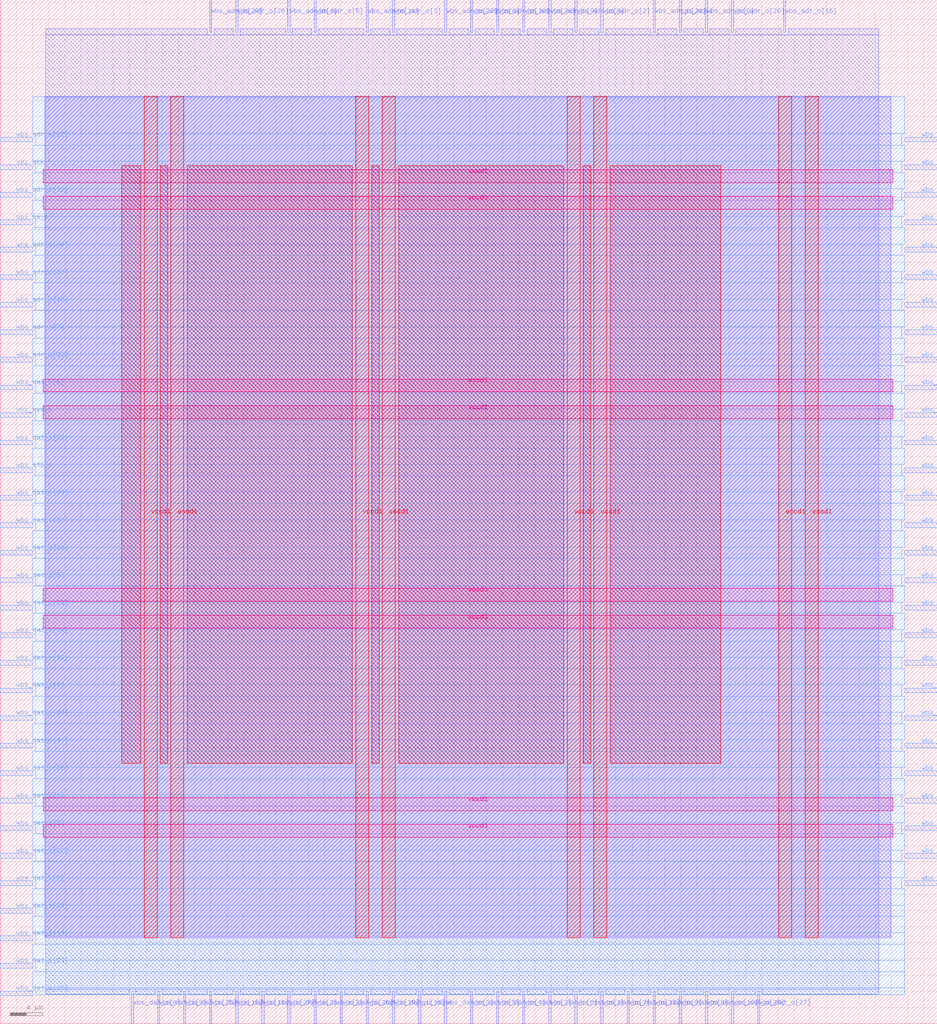
<source format=lef>
VERSION 5.7 ;
  NOWIREEXTENSIONATPIN ON ;
  DIVIDERCHAR "/" ;
  BUSBITCHARS "[]" ;
MACRO spi_to_wbs
  CLASS BLOCK ;
  FOREIGN spi_to_wbs ;
  ORIGIN 0.000 0.000 ;
  SIZE 115.655 BY 126.375 ;
  PIN spi_cs_n
    DIRECTION INPUT ;
    USE SIGNAL ;
    ANTENNAGATEAREA 2.409000 ;
    PORT
      LAYER met3 ;
        RECT 0.000 98.640 4.000 99.240 ;
    END
  END spi_cs_n
  PIN spi_miso
    DIRECTION OUTPUT ;
    USE SIGNAL ;
    ANTENNAGATEAREA 0.159000 ;
    ANTENNADIFFAREA 0.445500 ;
    PORT
      LAYER met2 ;
        RECT 51.610 0.000 51.890 4.000 ;
    END
  END spi_miso
  PIN spi_mosi
    DIRECTION INPUT ;
    USE SIGNAL ;
    ANTENNAGATEAREA 0.355500 ;
    PORT
      LAYER met2 ;
        RECT 83.810 122.375 84.090 126.375 ;
    END
  END spi_mosi
  PIN spi_sck
    DIRECTION INPUT ;
    USE SIGNAL ;
    ANTENNAGATEAREA 0.852000 ;
    PORT
      LAYER met3 ;
        RECT 0.000 105.440 4.000 106.040 ;
    END
  END spi_sck
  PIN vccd1
    DIRECTION INOUT ;
    USE POWER ;
    PORT
      LAYER met4 ;
        RECT 17.770 10.640 19.370 114.480 ;
    END
    PORT
      LAYER met4 ;
        RECT 43.875 10.640 45.475 114.480 ;
    END
    PORT
      LAYER met4 ;
        RECT 69.980 10.640 71.580 114.480 ;
    END
    PORT
      LAYER met4 ;
        RECT 96.085 10.640 97.685 114.480 ;
    END
    PORT
      LAYER met5 ;
        RECT 5.280 23.000 110.180 24.600 ;
    END
    PORT
      LAYER met5 ;
        RECT 5.280 48.840 110.180 50.440 ;
    END
    PORT
      LAYER met5 ;
        RECT 5.280 74.680 110.180 76.280 ;
    END
    PORT
      LAYER met5 ;
        RECT 5.280 100.520 110.180 102.120 ;
    END
  END vccd1
  PIN vssd1
    DIRECTION INOUT ;
    USE GROUND ;
    PORT
      LAYER met4 ;
        RECT 21.070 10.640 22.670 114.480 ;
    END
    PORT
      LAYER met4 ;
        RECT 47.175 10.640 48.775 114.480 ;
    END
    PORT
      LAYER met4 ;
        RECT 73.280 10.640 74.880 114.480 ;
    END
    PORT
      LAYER met4 ;
        RECT 99.385 10.640 100.985 114.480 ;
    END
    PORT
      LAYER met5 ;
        RECT 5.280 26.300 110.180 27.900 ;
    END
    PORT
      LAYER met5 ;
        RECT 5.280 52.140 110.180 53.740 ;
    END
    PORT
      LAYER met5 ;
        RECT 5.280 77.980 110.180 79.580 ;
    END
    PORT
      LAYER met5 ;
        RECT 5.280 103.820 110.180 105.420 ;
    END
  END vssd1
  PIN wbs_adr_o[0]
    DIRECTION OUTPUT ;
    USE SIGNAL ;
    ANTENNAGATEAREA 0.159000 ;
    ANTENNADIFFAREA 0.445500 ;
    PORT
      LAYER met2 ;
        RECT 87.030 122.375 87.310 126.375 ;
    END
  END wbs_adr_o[0]
  PIN wbs_adr_o[10]
    DIRECTION OUTPUT ;
    USE SIGNAL ;
    ANTENNAGATEAREA 0.159000 ;
    ANTENNADIFFAREA 0.445500 ;
    PORT
      LAYER met2 ;
        RECT 61.270 122.375 61.550 126.375 ;
    END
  END wbs_adr_o[10]
  PIN wbs_adr_o[11]
    DIRECTION OUTPUT ;
    USE SIGNAL ;
    ANTENNAGATEAREA 0.159000 ;
    ANTENNADIFFAREA 0.445500 ;
    PORT
      LAYER met2 ;
        RECT 45.170 122.375 45.450 126.375 ;
    END
  END wbs_adr_o[11]
  PIN wbs_adr_o[12]
    DIRECTION OUTPUT ;
    USE SIGNAL ;
    ANTENNAGATEAREA 0.159000 ;
    ANTENNADIFFAREA 0.445500 ;
    PORT
      LAYER met3 ;
        RECT 0.000 108.840 4.000 109.440 ;
    END
  END wbs_adr_o[12]
  PIN wbs_adr_o[13]
    DIRECTION OUTPUT ;
    USE SIGNAL ;
    ANTENNAGATEAREA 0.159000 ;
    ANTENNADIFFAREA 0.445500 ;
    PORT
      LAYER met3 ;
        RECT 0.000 102.040 4.000 102.640 ;
    END
  END wbs_adr_o[13]
  PIN wbs_adr_o[14]
    DIRECTION OUTPUT ;
    USE SIGNAL ;
    ANTENNAGATEAREA 0.159000 ;
    ANTENNADIFFAREA 0.445500 ;
    PORT
      LAYER met3 ;
        RECT 0.000 95.240 4.000 95.840 ;
    END
  END wbs_adr_o[14]
  PIN wbs_adr_o[15]
    DIRECTION OUTPUT ;
    USE SIGNAL ;
    ANTENNAGATEAREA 0.159000 ;
    ANTENNADIFFAREA 0.445500 ;
    PORT
      LAYER met3 ;
        RECT 0.000 88.440 4.000 89.040 ;
    END
  END wbs_adr_o[15]
  PIN wbs_adr_o[16]
    DIRECTION OUTPUT ;
    USE SIGNAL ;
    ANTENNAGATEAREA 0.247500 ;
    ANTENNADIFFAREA 0.445500 ;
    PORT
      LAYER met2 ;
        RECT 96.690 122.375 96.970 126.375 ;
    END
  END wbs_adr_o[16]
  PIN wbs_adr_o[17]
    DIRECTION OUTPUT ;
    USE SIGNAL ;
    ANTENNAGATEAREA 0.247500 ;
    ANTENNADIFFAREA 0.445500 ;
    PORT
      LAYER met3 ;
        RECT 111.655 95.240 115.655 95.840 ;
    END
  END wbs_adr_o[17]
  PIN wbs_adr_o[18]
    DIRECTION OUTPUT ;
    USE SIGNAL ;
    ANTENNAGATEAREA 0.247500 ;
    ANTENNADIFFAREA 0.445500 ;
    PORT
      LAYER met3 ;
        RECT 111.655 102.040 115.655 102.640 ;
    END
  END wbs_adr_o[18]
  PIN wbs_adr_o[19]
    DIRECTION OUTPUT ;
    USE SIGNAL ;
    ANTENNAGATEAREA 0.247500 ;
    ANTENNADIFFAREA 0.445500 ;
    PORT
      LAYER met3 ;
        RECT 111.655 105.440 115.655 106.040 ;
    END
  END wbs_adr_o[19]
  PIN wbs_adr_o[1]
    DIRECTION OUTPUT ;
    USE SIGNAL ;
    ANTENNAGATEAREA 0.159000 ;
    ANTENNADIFFAREA 0.445500 ;
    PORT
      LAYER met3 ;
        RECT 111.655 81.640 115.655 82.240 ;
    END
  END wbs_adr_o[1]
  PIN wbs_adr_o[20]
    DIRECTION OUTPUT ;
    USE SIGNAL ;
    ANTENNAGATEAREA 0.247500 ;
    ANTENNADIFFAREA 0.445500 ;
    PORT
      LAYER met2 ;
        RECT 90.250 122.375 90.530 126.375 ;
    END
  END wbs_adr_o[20]
  PIN wbs_adr_o[21]
    DIRECTION OUTPUT ;
    USE SIGNAL ;
    ANTENNAGATEAREA 0.247500 ;
    ANTENNADIFFAREA 0.445500 ;
    PORT
      LAYER met3 ;
        RECT 111.655 98.640 115.655 99.240 ;
    END
  END wbs_adr_o[21]
  PIN wbs_adr_o[22]
    DIRECTION OUTPUT ;
    USE SIGNAL ;
    ANTENNAGATEAREA 0.247500 ;
    ANTENNADIFFAREA 0.445500 ;
    PORT
      LAYER met3 ;
        RECT 111.655 91.840 115.655 92.440 ;
    END
  END wbs_adr_o[22]
  PIN wbs_adr_o[23]
    DIRECTION OUTPUT ;
    USE SIGNAL ;
    ANTENNAGATEAREA 0.247500 ;
    ANTENNADIFFAREA 0.445500 ;
    PORT
      LAYER met3 ;
        RECT 111.655 85.040 115.655 85.640 ;
    END
  END wbs_adr_o[23]
  PIN wbs_adr_o[24]
    DIRECTION OUTPUT ;
    USE SIGNAL ;
    ANTENNAGATEAREA 0.247500 ;
    ANTENNADIFFAREA 0.445500 ;
    PORT
      LAYER met2 ;
        RECT 80.590 122.375 80.870 126.375 ;
    END
  END wbs_adr_o[24]
  PIN wbs_adr_o[25]
    DIRECTION OUTPUT ;
    USE SIGNAL ;
    ANTENNAGATEAREA 0.247500 ;
    ANTENNADIFFAREA 0.445500 ;
    PORT
      LAYER met3 ;
        RECT 111.655 88.440 115.655 89.040 ;
    END
  END wbs_adr_o[25]
  PIN wbs_adr_o[26]
    DIRECTION OUTPUT ;
    USE SIGNAL ;
    ANTENNAGATEAREA 0.247500 ;
    ANTENNADIFFAREA 0.445500 ;
    PORT
      LAYER met2 ;
        RECT 64.490 122.375 64.770 126.375 ;
    END
  END wbs_adr_o[26]
  PIN wbs_adr_o[27]
    DIRECTION OUTPUT ;
    USE SIGNAL ;
    ANTENNAGATEAREA 0.247500 ;
    ANTENNADIFFAREA 0.445500 ;
    PORT
      LAYER met2 ;
        RECT 54.830 122.375 55.110 126.375 ;
    END
  END wbs_adr_o[27]
  PIN wbs_adr_o[28]
    DIRECTION OUTPUT ;
    USE SIGNAL ;
    ANTENNAGATEAREA 0.247500 ;
    ANTENNADIFFAREA 0.445500 ;
    PORT
      LAYER met2 ;
        RECT 29.070 122.375 29.350 126.375 ;
    END
  END wbs_adr_o[28]
  PIN wbs_adr_o[29]
    DIRECTION OUTPUT ;
    USE SIGNAL ;
    ANTENNAGATEAREA 0.247500 ;
    ANTENNADIFFAREA 0.445500 ;
    PORT
      LAYER met2 ;
        RECT 25.850 122.375 26.130 126.375 ;
    END
  END wbs_adr_o[29]
  PIN wbs_adr_o[2]
    DIRECTION OUTPUT ;
    USE SIGNAL ;
    ANTENNAGATEAREA 0.159000 ;
    ANTENNADIFFAREA 0.445500 ;
    PORT
      LAYER met2 ;
        RECT 74.150 122.375 74.430 126.375 ;
    END
  END wbs_adr_o[2]
  PIN wbs_adr_o[30]
    DIRECTION OUTPUT ;
    USE SIGNAL ;
    ANTENNAGATEAREA 0.247500 ;
    ANTENNADIFFAREA 0.445500 ;
    PORT
      LAYER met3 ;
        RECT 0.000 91.840 4.000 92.440 ;
    END
  END wbs_adr_o[30]
  PIN wbs_adr_o[31]
    DIRECTION OUTPUT ;
    USE SIGNAL ;
    ANTENNAGATEAREA 0.247500 ;
    ANTENNADIFFAREA 0.445500 ;
    PORT
      LAYER met3 ;
        RECT 0.000 81.640 4.000 82.240 ;
    END
  END wbs_adr_o[31]
  PIN wbs_adr_o[3]
    DIRECTION OUTPUT ;
    USE SIGNAL ;
    ANTENNAGATEAREA 0.159000 ;
    ANTENNADIFFAREA 0.445500 ;
    PORT
      LAYER met2 ;
        RECT 48.390 122.375 48.670 126.375 ;
    END
  END wbs_adr_o[3]
  PIN wbs_adr_o[4]
    DIRECTION OUTPUT ;
    USE SIGNAL ;
    ANTENNAGATEAREA 0.159000 ;
    ANTENNADIFFAREA 0.445500 ;
    PORT
      LAYER met2 ;
        RECT 35.510 122.375 35.790 126.375 ;
    END
  END wbs_adr_o[4]
  PIN wbs_adr_o[5]
    DIRECTION OUTPUT ;
    USE SIGNAL ;
    ANTENNAGATEAREA 0.159000 ;
    ANTENNADIFFAREA 0.445500 ;
    PORT
      LAYER met2 ;
        RECT 38.730 122.375 39.010 126.375 ;
    END
  END wbs_adr_o[5]
  PIN wbs_adr_o[6]
    DIRECTION OUTPUT ;
    USE SIGNAL ;
    ANTENNAGATEAREA 0.159000 ;
    ANTENNADIFFAREA 0.445500 ;
    PORT
      LAYER met2 ;
        RECT 58.050 122.375 58.330 126.375 ;
    END
  END wbs_adr_o[6]
  PIN wbs_adr_o[7]
    DIRECTION OUTPUT ;
    USE SIGNAL ;
    ANTENNAGATEAREA 0.159000 ;
    ANTENNADIFFAREA 0.445500 ;
    PORT
      LAYER met3 ;
        RECT 0.000 85.040 4.000 85.640 ;
    END
  END wbs_adr_o[7]
  PIN wbs_adr_o[8]
    DIRECTION OUTPUT ;
    USE SIGNAL ;
    ANTENNAGATEAREA 0.159000 ;
    ANTENNADIFFAREA 0.445500 ;
    PORT
      LAYER met2 ;
        RECT 70.930 122.375 71.210 126.375 ;
    END
  END wbs_adr_o[8]
  PIN wbs_adr_o[9]
    DIRECTION OUTPUT ;
    USE SIGNAL ;
    ANTENNAGATEAREA 0.159000 ;
    ANTENNADIFFAREA 0.445500 ;
    PORT
      LAYER met2 ;
        RECT 67.710 122.375 67.990 126.375 ;
    END
  END wbs_adr_o[9]
  PIN wbs_cyc_o
    DIRECTION OUTPUT ;
    USE SIGNAL ;
    ANTENNAGATEAREA 0.406500 ;
    ANTENNADIFFAREA 0.445500 ;
    PORT
      LAYER met3 ;
        RECT 0.000 74.840 4.000 75.440 ;
    END
  END wbs_cyc_o
  PIN wbs_dat_i[0]
    DIRECTION INPUT ;
    USE SIGNAL ;
    ANTENNAGATEAREA 0.247500 ;
    PORT
      LAYER met2 ;
        RECT 16.190 0.000 16.470 4.000 ;
    END
  END wbs_dat_i[0]
  PIN wbs_dat_i[10]
    DIRECTION INPUT ;
    USE SIGNAL ;
    ANTENNAGATEAREA 0.159000 ;
    PORT
      LAYER met2 ;
        RECT 25.850 0.000 26.130 4.000 ;
    END
  END wbs_dat_i[10]
  PIN wbs_dat_i[11]
    DIRECTION INPUT ;
    USE SIGNAL ;
    ANTENNAGATEAREA 0.159000 ;
    PORT
      LAYER met2 ;
        RECT 29.070 0.000 29.350 4.000 ;
    END
  END wbs_dat_i[11]
  PIN wbs_dat_i[12]
    DIRECTION INPUT ;
    USE SIGNAL ;
    ANTENNAGATEAREA 0.159000 ;
    PORT
      LAYER met3 ;
        RECT 0.000 44.240 4.000 44.840 ;
    END
  END wbs_dat_i[12]
  PIN wbs_dat_i[13]
    DIRECTION INPUT ;
    USE SIGNAL ;
    ANTENNAGATEAREA 0.159000 ;
    PORT
      LAYER met3 ;
        RECT 0.000 51.040 4.000 51.640 ;
    END
  END wbs_dat_i[13]
  PIN wbs_dat_i[14]
    DIRECTION INPUT ;
    USE SIGNAL ;
    ANTENNAGATEAREA 0.159000 ;
    PORT
      LAYER met3 ;
        RECT 0.000 47.640 4.000 48.240 ;
    END
  END wbs_dat_i[14]
  PIN wbs_dat_i[15]
    DIRECTION INPUT ;
    USE SIGNAL ;
    ANTENNAGATEAREA 0.159000 ;
    PORT
      LAYER met3 ;
        RECT 0.000 3.440 4.000 4.040 ;
    END
  END wbs_dat_i[15]
  PIN wbs_dat_i[16]
    DIRECTION INPUT ;
    USE SIGNAL ;
    ANTENNAGATEAREA 0.159000 ;
    PORT
      LAYER met3 ;
        RECT 0.000 10.240 4.000 10.840 ;
    END
  END wbs_dat_i[16]
  PIN wbs_dat_i[17]
    DIRECTION INPUT ;
    USE SIGNAL ;
    ANTENNAGATEAREA 0.159000 ;
    PORT
      LAYER met3 ;
        RECT 0.000 20.440 4.000 21.040 ;
    END
  END wbs_dat_i[17]
  PIN wbs_dat_i[18]
    DIRECTION INPUT ;
    USE SIGNAL ;
    ANTENNAGATEAREA 0.159000 ;
    PORT
      LAYER met2 ;
        RECT 48.390 0.000 48.670 4.000 ;
    END
  END wbs_dat_i[18]
  PIN wbs_dat_i[19]
    DIRECTION INPUT ;
    USE SIGNAL ;
    ANTENNAGATEAREA 0.159000 ;
    PORT
      LAYER met2 ;
        RECT 45.170 0.000 45.450 4.000 ;
    END
  END wbs_dat_i[19]
  PIN wbs_dat_i[1]
    DIRECTION INPUT ;
    USE SIGNAL ;
    ANTENNAGATEAREA 0.247500 ;
    PORT
      LAYER met3 ;
        RECT 0.000 27.240 4.000 27.840 ;
    END
  END wbs_dat_i[1]
  PIN wbs_dat_i[20]
    DIRECTION INPUT ;
    USE SIGNAL ;
    ANTENNAGATEAREA 0.159000 ;
    PORT
      LAYER met3 ;
        RECT 0.000 37.440 4.000 38.040 ;
    END
  END wbs_dat_i[20]
  PIN wbs_dat_i[21]
    DIRECTION INPUT ;
    USE SIGNAL ;
    ANTENNAGATEAREA 0.159000 ;
    PORT
      LAYER met3 ;
        RECT 0.000 57.840 4.000 58.440 ;
    END
  END wbs_dat_i[21]
  PIN wbs_dat_i[22]
    DIRECTION INPUT ;
    USE SIGNAL ;
    ANTENNAGATEAREA 0.159000 ;
    PORT
      LAYER met3 ;
        RECT 0.000 71.440 4.000 72.040 ;
    END
  END wbs_dat_i[22]
  PIN wbs_dat_i[23]
    DIRECTION INPUT ;
    USE SIGNAL ;
    ANTENNAGATEAREA 0.159000 ;
    PORT
      LAYER met3 ;
        RECT 0.000 6.840 4.000 7.440 ;
    END
  END wbs_dat_i[23]
  PIN wbs_dat_i[24]
    DIRECTION INPUT ;
    USE SIGNAL ;
    ANTENNAGATEAREA 0.159000 ;
    PORT
      LAYER met3 ;
        RECT 0.000 13.640 4.000 14.240 ;
    END
  END wbs_dat_i[24]
  PIN wbs_dat_i[25]
    DIRECTION INPUT ;
    USE SIGNAL ;
    ANTENNAGATEAREA 0.159000 ;
    PORT
      LAYER met2 ;
        RECT 22.630 0.000 22.910 4.000 ;
    END
  END wbs_dat_i[25]
  PIN wbs_dat_i[26]
    DIRECTION INPUT ;
    USE SIGNAL ;
    ANTENNAGATEAREA 0.159000 ;
    PORT
      LAYER met2 ;
        RECT 41.950 0.000 42.230 4.000 ;
    END
  END wbs_dat_i[26]
  PIN wbs_dat_i[27]
    DIRECTION INPUT ;
    USE SIGNAL ;
    ANTENNAGATEAREA 0.159000 ;
    PORT
      LAYER met2 ;
        RECT 32.290 0.000 32.570 4.000 ;
    END
  END wbs_dat_i[27]
  PIN wbs_dat_i[28]
    DIRECTION INPUT ;
    USE SIGNAL ;
    ANTENNAGATEAREA 0.159000 ;
    PORT
      LAYER met3 ;
        RECT 0.000 30.640 4.000 31.240 ;
    END
  END wbs_dat_i[28]
  PIN wbs_dat_i[29]
    DIRECTION INPUT ;
    USE SIGNAL ;
    ANTENNAGATEAREA 0.159000 ;
    PORT
      LAYER met3 ;
        RECT 0.000 64.640 4.000 65.240 ;
    END
  END wbs_dat_i[29]
  PIN wbs_dat_i[2]
    DIRECTION INPUT ;
    USE SIGNAL ;
    ANTENNAGATEAREA 0.247500 ;
    PORT
      LAYER met2 ;
        RECT 35.510 0.000 35.790 4.000 ;
    END
  END wbs_dat_i[2]
  PIN wbs_dat_i[30]
    DIRECTION INPUT ;
    USE SIGNAL ;
    ANTENNAGATEAREA 0.159000 ;
    PORT
      LAYER met3 ;
        RECT 0.000 61.240 4.000 61.840 ;
    END
  END wbs_dat_i[30]
  PIN wbs_dat_i[31]
    DIRECTION INPUT ;
    USE SIGNAL ;
    ANTENNAGATEAREA 0.159000 ;
    PORT
      LAYER met3 ;
        RECT 0.000 34.040 4.000 34.640 ;
    END
  END wbs_dat_i[31]
  PIN wbs_dat_i[3]
    DIRECTION INPUT ;
    USE SIGNAL ;
    ANTENNAGATEAREA 0.247500 ;
    PORT
      LAYER met2 ;
        RECT 38.730 0.000 39.010 4.000 ;
    END
  END wbs_dat_i[3]
  PIN wbs_dat_i[4]
    DIRECTION INPUT ;
    USE SIGNAL ;
    ANTENNAGATEAREA 0.247500 ;
    PORT
      LAYER met3 ;
        RECT 0.000 40.840 4.000 41.440 ;
    END
  END wbs_dat_i[4]
  PIN wbs_dat_i[5]
    DIRECTION INPUT ;
    USE SIGNAL ;
    ANTENNAGATEAREA 0.247500 ;
    PORT
      LAYER met3 ;
        RECT 0.000 54.440 4.000 55.040 ;
    END
  END wbs_dat_i[5]
  PIN wbs_dat_i[6]
    DIRECTION INPUT ;
    USE SIGNAL ;
    ANTENNAGATEAREA 0.247500 ;
    PORT
      LAYER met3 ;
        RECT 0.000 78.240 4.000 78.840 ;
    END
  END wbs_dat_i[6]
  PIN wbs_dat_i[7]
    DIRECTION INPUT ;
    USE SIGNAL ;
    ANTENNAGATEAREA 0.247500 ;
    PORT
      LAYER met3 ;
        RECT 0.000 17.040 4.000 17.640 ;
    END
  END wbs_dat_i[7]
  PIN wbs_dat_i[8]
    DIRECTION INPUT ;
    USE SIGNAL ;
    ANTENNAGATEAREA 0.159000 ;
    PORT
      LAYER met3 ;
        RECT 0.000 23.840 4.000 24.440 ;
    END
  END wbs_dat_i[8]
  PIN wbs_dat_i[9]
    DIRECTION INPUT ;
    USE SIGNAL ;
    ANTENNAGATEAREA 0.159000 ;
    PORT
      LAYER met2 ;
        RECT 19.410 0.000 19.690 4.000 ;
    END
  END wbs_dat_i[9]
  PIN wbs_dat_o[0]
    DIRECTION OUTPUT ;
    USE SIGNAL ;
    ANTENNAGATEAREA 0.159000 ;
    ANTENNADIFFAREA 0.445500 ;
    PORT
      LAYER met3 ;
        RECT 111.655 20.440 115.655 21.040 ;
    END
  END wbs_dat_o[0]
  PIN wbs_dat_o[10]
    DIRECTION OUTPUT ;
    USE SIGNAL ;
    ANTENNAGATEAREA 0.159000 ;
    ANTENNADIFFAREA 0.445500 ;
    PORT
      LAYER met2 ;
        RECT 87.030 0.000 87.310 4.000 ;
    END
  END wbs_dat_o[10]
  PIN wbs_dat_o[11]
    DIRECTION OUTPUT ;
    USE SIGNAL ;
    ANTENNAGATEAREA 0.159000 ;
    ANTENNADIFFAREA 0.445500 ;
    PORT
      LAYER met2 ;
        RECT 77.370 0.000 77.650 4.000 ;
    END
  END wbs_dat_o[11]
  PIN wbs_dat_o[12]
    DIRECTION OUTPUT ;
    USE SIGNAL ;
    ANTENNAGATEAREA 0.159000 ;
    ANTENNADIFFAREA 0.445500 ;
    PORT
      LAYER met3 ;
        RECT 111.655 54.440 115.655 55.040 ;
    END
  END wbs_dat_o[12]
  PIN wbs_dat_o[13]
    DIRECTION OUTPUT ;
    USE SIGNAL ;
    ANTENNAGATEAREA 0.159000 ;
    ANTENNADIFFAREA 0.445500 ;
    PORT
      LAYER met3 ;
        RECT 111.655 51.040 115.655 51.640 ;
    END
  END wbs_dat_o[13]
  PIN wbs_dat_o[14]
    DIRECTION OUTPUT ;
    USE SIGNAL ;
    ANTENNAGATEAREA 0.159000 ;
    ANTENNADIFFAREA 0.445500 ;
    PORT
      LAYER met3 ;
        RECT 111.655 57.840 115.655 58.440 ;
    END
  END wbs_dat_o[14]
  PIN wbs_dat_o[15]
    DIRECTION OUTPUT ;
    USE SIGNAL ;
    ANTENNAGATEAREA 0.159000 ;
    ANTENNADIFFAREA 0.445500 ;
    PORT
      LAYER met3 ;
        RECT 111.655 47.640 115.655 48.240 ;
    END
  END wbs_dat_o[15]
  PIN wbs_dat_o[16]
    DIRECTION OUTPUT ;
    USE SIGNAL ;
    ANTENNAGATEAREA 0.159000 ;
    ANTENNADIFFAREA 0.445500 ;
    PORT
      LAYER met3 ;
        RECT 111.655 64.640 115.655 65.240 ;
    END
  END wbs_dat_o[16]
  PIN wbs_dat_o[17]
    DIRECTION OUTPUT ;
    USE SIGNAL ;
    ANTENNAGATEAREA 0.159000 ;
    ANTENNADIFFAREA 0.445500 ;
    PORT
      LAYER met3 ;
        RECT 111.655 61.240 115.655 61.840 ;
    END
  END wbs_dat_o[17]
  PIN wbs_dat_o[18]
    DIRECTION OUTPUT ;
    USE SIGNAL ;
    ANTENNAGATEAREA 0.159000 ;
    ANTENNADIFFAREA 0.445500 ;
    PORT
      LAYER met3 ;
        RECT 111.655 68.040 115.655 68.640 ;
    END
  END wbs_dat_o[18]
  PIN wbs_dat_o[19]
    DIRECTION OUTPUT ;
    USE SIGNAL ;
    ANTENNAGATEAREA 0.159000 ;
    ANTENNADIFFAREA 0.445500 ;
    PORT
      LAYER met3 ;
        RECT 111.655 71.440 115.655 72.040 ;
    END
  END wbs_dat_o[19]
  PIN wbs_dat_o[1]
    DIRECTION OUTPUT ;
    USE SIGNAL ;
    ANTENNAGATEAREA 0.159000 ;
    ANTENNADIFFAREA 0.445500 ;
    PORT
      LAYER met2 ;
        RECT 70.930 0.000 71.210 4.000 ;
    END
  END wbs_dat_o[1]
  PIN wbs_dat_o[20]
    DIRECTION OUTPUT ;
    USE SIGNAL ;
    ANTENNAGATEAREA 0.159000 ;
    ANTENNADIFFAREA 0.445500 ;
    PORT
      LAYER met3 ;
        RECT 111.655 78.240 115.655 78.840 ;
    END
  END wbs_dat_o[20]
  PIN wbs_dat_o[21]
    DIRECTION OUTPUT ;
    USE SIGNAL ;
    ANTENNAGATEAREA 0.159000 ;
    ANTENNADIFFAREA 0.445500 ;
    PORT
      LAYER met3 ;
        RECT 111.655 74.840 115.655 75.440 ;
    END
  END wbs_dat_o[21]
  PIN wbs_dat_o[22]
    DIRECTION OUTPUT ;
    USE SIGNAL ;
    ANTENNAGATEAREA 0.159000 ;
    ANTENNADIFFAREA 0.445500 ;
    PORT
      LAYER met3 ;
        RECT 111.655 34.040 115.655 34.640 ;
    END
  END wbs_dat_o[22]
  PIN wbs_dat_o[23]
    DIRECTION OUTPUT ;
    USE SIGNAL ;
    ANTENNAGATEAREA 0.159000 ;
    ANTENNADIFFAREA 0.445500 ;
    PORT
      LAYER met3 ;
        RECT 111.655 40.840 115.655 41.440 ;
    END
  END wbs_dat_o[23]
  PIN wbs_dat_o[24]
    DIRECTION OUTPUT ;
    USE SIGNAL ;
    ANTENNAGATEAREA 0.159000 ;
    ANTENNADIFFAREA 0.445500 ;
    PORT
      LAYER met3 ;
        RECT 111.655 37.440 115.655 38.040 ;
    END
  END wbs_dat_o[24]
  PIN wbs_dat_o[25]
    DIRECTION OUTPUT ;
    USE SIGNAL ;
    ANTENNAGATEAREA 0.159000 ;
    ANTENNADIFFAREA 0.445500 ;
    PORT
      LAYER met3 ;
        RECT 111.655 27.240 115.655 27.840 ;
    END
  END wbs_dat_o[25]
  PIN wbs_dat_o[26]
    DIRECTION OUTPUT ;
    USE SIGNAL ;
    ANTENNAGATEAREA 0.159000 ;
    ANTENNADIFFAREA 0.445500 ;
    PORT
      LAYER met3 ;
        RECT 111.655 17.040 115.655 17.640 ;
    END
  END wbs_dat_o[26]
  PIN wbs_dat_o[27]
    DIRECTION OUTPUT ;
    USE SIGNAL ;
    ANTENNAGATEAREA 0.159000 ;
    ANTENNADIFFAREA 0.445500 ;
    PORT
      LAYER met2 ;
        RECT 93.470 0.000 93.750 4.000 ;
    END
  END wbs_dat_o[27]
  PIN wbs_dat_o[28]
    DIRECTION OUTPUT ;
    USE SIGNAL ;
    ANTENNAGATEAREA 0.159000 ;
    ANTENNADIFFAREA 0.445500 ;
    PORT
      LAYER met3 ;
        RECT 111.655 44.240 115.655 44.840 ;
    END
  END wbs_dat_o[28]
  PIN wbs_dat_o[29]
    DIRECTION OUTPUT ;
    USE SIGNAL ;
    ANTENNAGATEAREA 0.159000 ;
    ANTENNADIFFAREA 0.445500 ;
    PORT
      LAYER met2 ;
        RECT 90.250 0.000 90.530 4.000 ;
    END
  END wbs_dat_o[29]
  PIN wbs_dat_o[2]
    DIRECTION OUTPUT ;
    USE SIGNAL ;
    ANTENNAGATEAREA 0.159000 ;
    ANTENNADIFFAREA 0.445500 ;
    PORT
      LAYER met2 ;
        RECT 64.490 0.000 64.770 4.000 ;
    END
  END wbs_dat_o[2]
  PIN wbs_dat_o[30]
    DIRECTION OUTPUT ;
    USE SIGNAL ;
    ANTENNAGATEAREA 0.159000 ;
    ANTENNADIFFAREA 0.445500 ;
    PORT
      LAYER met3 ;
        RECT 111.655 23.840 115.655 24.440 ;
    END
  END wbs_dat_o[30]
  PIN wbs_dat_o[31]
    DIRECTION OUTPUT ;
    USE SIGNAL ;
    ANTENNAGATEAREA 0.159000 ;
    ANTENNADIFFAREA 0.445500 ;
    PORT
      LAYER met3 ;
        RECT 111.655 30.640 115.655 31.240 ;
    END
  END wbs_dat_o[31]
  PIN wbs_dat_o[3]
    DIRECTION OUTPUT ;
    USE SIGNAL ;
    ANTENNAGATEAREA 0.159000 ;
    ANTENNADIFFAREA 0.445500 ;
    PORT
      LAYER met2 ;
        RECT 54.830 0.000 55.110 4.000 ;
    END
  END wbs_dat_o[3]
  PIN wbs_dat_o[4]
    DIRECTION OUTPUT ;
    USE SIGNAL ;
    ANTENNAGATEAREA 0.159000 ;
    ANTENNADIFFAREA 0.445500 ;
    PORT
      LAYER met2 ;
        RECT 61.270 0.000 61.550 4.000 ;
    END
  END wbs_dat_o[4]
  PIN wbs_dat_o[5]
    DIRECTION OUTPUT ;
    USE SIGNAL ;
    ANTENNAGATEAREA 0.159000 ;
    ANTENNADIFFAREA 0.445500 ;
    PORT
      LAYER met2 ;
        RECT 58.050 0.000 58.330 4.000 ;
    END
  END wbs_dat_o[5]
  PIN wbs_dat_o[6]
    DIRECTION OUTPUT ;
    USE SIGNAL ;
    ANTENNAGATEAREA 0.159000 ;
    ANTENNADIFFAREA 0.445500 ;
    PORT
      LAYER met2 ;
        RECT 67.710 0.000 67.990 4.000 ;
    END
  END wbs_dat_o[6]
  PIN wbs_dat_o[7]
    DIRECTION OUTPUT ;
    USE SIGNAL ;
    ANTENNAGATEAREA 0.159000 ;
    ANTENNADIFFAREA 0.445500 ;
    PORT
      LAYER met2 ;
        RECT 74.150 0.000 74.430 4.000 ;
    END
  END wbs_dat_o[7]
  PIN wbs_dat_o[8]
    DIRECTION OUTPUT ;
    USE SIGNAL ;
    ANTENNAGATEAREA 0.159000 ;
    ANTENNADIFFAREA 0.445500 ;
    PORT
      LAYER met2 ;
        RECT 83.810 0.000 84.090 4.000 ;
    END
  END wbs_dat_o[8]
  PIN wbs_dat_o[9]
    DIRECTION OUTPUT ;
    USE SIGNAL ;
    ANTENNAGATEAREA 0.159000 ;
    ANTENNADIFFAREA 0.445500 ;
    PORT
      LAYER met2 ;
        RECT 80.590 0.000 80.870 4.000 ;
    END
  END wbs_dat_o[9]
  PIN wbs_stb_o
    DIRECTION OUTPUT ;
    USE SIGNAL ;
    ANTENNADIFFAREA 0.445500 ;
    PORT
      LAYER met3 ;
        RECT 0.000 68.040 4.000 68.640 ;
    END
  END wbs_stb_o
  PIN wbs_we_o
    DIRECTION OUTPUT ;
    USE SIGNAL ;
    ANTENNAGATEAREA 0.247500 ;
    ANTENNADIFFAREA 0.445500 ;
    PORT
      LAYER met3 ;
        RECT 111.655 108.840 115.655 109.440 ;
    END
  END wbs_we_o
  OBS
      LAYER li1 ;
        RECT 5.520 10.795 109.940 114.325 ;
      LAYER met1 ;
        RECT 5.520 10.640 109.940 114.480 ;
      LAYER met2 ;
        RECT 5.610 122.095 25.570 122.810 ;
        RECT 26.410 122.095 28.790 122.810 ;
        RECT 29.630 122.095 35.230 122.810 ;
        RECT 36.070 122.095 38.450 122.810 ;
        RECT 39.290 122.095 44.890 122.810 ;
        RECT 45.730 122.095 48.110 122.810 ;
        RECT 48.950 122.095 54.550 122.810 ;
        RECT 55.390 122.095 57.770 122.810 ;
        RECT 58.610 122.095 60.990 122.810 ;
        RECT 61.830 122.095 64.210 122.810 ;
        RECT 65.050 122.095 67.430 122.810 ;
        RECT 68.270 122.095 70.650 122.810 ;
        RECT 71.490 122.095 73.870 122.810 ;
        RECT 74.710 122.095 80.310 122.810 ;
        RECT 81.150 122.095 83.530 122.810 ;
        RECT 84.370 122.095 86.750 122.810 ;
        RECT 87.590 122.095 89.970 122.810 ;
        RECT 90.810 122.095 96.410 122.810 ;
        RECT 97.250 122.095 108.460 122.810 ;
        RECT 5.610 4.280 108.460 122.095 ;
        RECT 5.610 3.670 15.910 4.280 ;
        RECT 16.750 3.670 19.130 4.280 ;
        RECT 19.970 3.670 22.350 4.280 ;
        RECT 23.190 3.670 25.570 4.280 ;
        RECT 26.410 3.670 28.790 4.280 ;
        RECT 29.630 3.670 32.010 4.280 ;
        RECT 32.850 3.670 35.230 4.280 ;
        RECT 36.070 3.670 38.450 4.280 ;
        RECT 39.290 3.670 41.670 4.280 ;
        RECT 42.510 3.670 44.890 4.280 ;
        RECT 45.730 3.670 48.110 4.280 ;
        RECT 48.950 3.670 51.330 4.280 ;
        RECT 52.170 3.670 54.550 4.280 ;
        RECT 55.390 3.670 57.770 4.280 ;
        RECT 58.610 3.670 60.990 4.280 ;
        RECT 61.830 3.670 64.210 4.280 ;
        RECT 65.050 3.670 67.430 4.280 ;
        RECT 68.270 3.670 70.650 4.280 ;
        RECT 71.490 3.670 73.870 4.280 ;
        RECT 74.710 3.670 77.090 4.280 ;
        RECT 77.930 3.670 80.310 4.280 ;
        RECT 81.150 3.670 83.530 4.280 ;
        RECT 84.370 3.670 86.750 4.280 ;
        RECT 87.590 3.670 89.970 4.280 ;
        RECT 90.810 3.670 93.190 4.280 ;
        RECT 94.030 3.670 108.460 4.280 ;
      LAYER met3 ;
        RECT 4.000 109.840 111.655 114.405 ;
        RECT 4.400 108.440 111.255 109.840 ;
        RECT 4.000 106.440 111.655 108.440 ;
        RECT 4.400 105.040 111.255 106.440 ;
        RECT 4.000 103.040 111.655 105.040 ;
        RECT 4.400 101.640 111.255 103.040 ;
        RECT 4.000 99.640 111.655 101.640 ;
        RECT 4.400 98.240 111.255 99.640 ;
        RECT 4.000 96.240 111.655 98.240 ;
        RECT 4.400 94.840 111.255 96.240 ;
        RECT 4.000 92.840 111.655 94.840 ;
        RECT 4.400 91.440 111.255 92.840 ;
        RECT 4.000 89.440 111.655 91.440 ;
        RECT 4.400 88.040 111.255 89.440 ;
        RECT 4.000 86.040 111.655 88.040 ;
        RECT 4.400 84.640 111.255 86.040 ;
        RECT 4.000 82.640 111.655 84.640 ;
        RECT 4.400 81.240 111.255 82.640 ;
        RECT 4.000 79.240 111.655 81.240 ;
        RECT 4.400 77.840 111.255 79.240 ;
        RECT 4.000 75.840 111.655 77.840 ;
        RECT 4.400 74.440 111.255 75.840 ;
        RECT 4.000 72.440 111.655 74.440 ;
        RECT 4.400 71.040 111.255 72.440 ;
        RECT 4.000 69.040 111.655 71.040 ;
        RECT 4.400 67.640 111.255 69.040 ;
        RECT 4.000 65.640 111.655 67.640 ;
        RECT 4.400 64.240 111.255 65.640 ;
        RECT 4.000 62.240 111.655 64.240 ;
        RECT 4.400 60.840 111.255 62.240 ;
        RECT 4.000 58.840 111.655 60.840 ;
        RECT 4.400 57.440 111.255 58.840 ;
        RECT 4.000 55.440 111.655 57.440 ;
        RECT 4.400 54.040 111.255 55.440 ;
        RECT 4.000 52.040 111.655 54.040 ;
        RECT 4.400 50.640 111.255 52.040 ;
        RECT 4.000 48.640 111.655 50.640 ;
        RECT 4.400 47.240 111.255 48.640 ;
        RECT 4.000 45.240 111.655 47.240 ;
        RECT 4.400 43.840 111.255 45.240 ;
        RECT 4.000 41.840 111.655 43.840 ;
        RECT 4.400 40.440 111.255 41.840 ;
        RECT 4.000 38.440 111.655 40.440 ;
        RECT 4.400 37.040 111.255 38.440 ;
        RECT 4.000 35.040 111.655 37.040 ;
        RECT 4.400 33.640 111.255 35.040 ;
        RECT 4.000 31.640 111.655 33.640 ;
        RECT 4.400 30.240 111.255 31.640 ;
        RECT 4.000 28.240 111.655 30.240 ;
        RECT 4.400 26.840 111.255 28.240 ;
        RECT 4.000 24.840 111.655 26.840 ;
        RECT 4.400 23.440 111.255 24.840 ;
        RECT 4.000 21.440 111.655 23.440 ;
        RECT 4.400 20.040 111.255 21.440 ;
        RECT 4.000 18.040 111.655 20.040 ;
        RECT 4.400 16.640 111.255 18.040 ;
        RECT 4.000 14.640 111.655 16.640 ;
        RECT 4.400 13.240 111.655 14.640 ;
        RECT 4.000 11.240 111.655 13.240 ;
        RECT 4.400 9.840 111.655 11.240 ;
        RECT 4.000 7.840 111.655 9.840 ;
        RECT 4.400 6.440 111.655 7.840 ;
        RECT 4.000 4.440 111.655 6.440 ;
        RECT 4.400 3.590 111.655 4.440 ;
      LAYER met4 ;
        RECT 15.015 32.135 17.370 105.905 ;
        RECT 19.770 32.135 20.670 105.905 ;
        RECT 23.070 32.135 43.475 105.905 ;
        RECT 45.875 32.135 46.775 105.905 ;
        RECT 49.175 32.135 69.580 105.905 ;
        RECT 71.980 32.135 72.880 105.905 ;
        RECT 75.280 32.135 88.945 105.905 ;
  END
END spi_to_wbs
END LIBRARY


</source>
